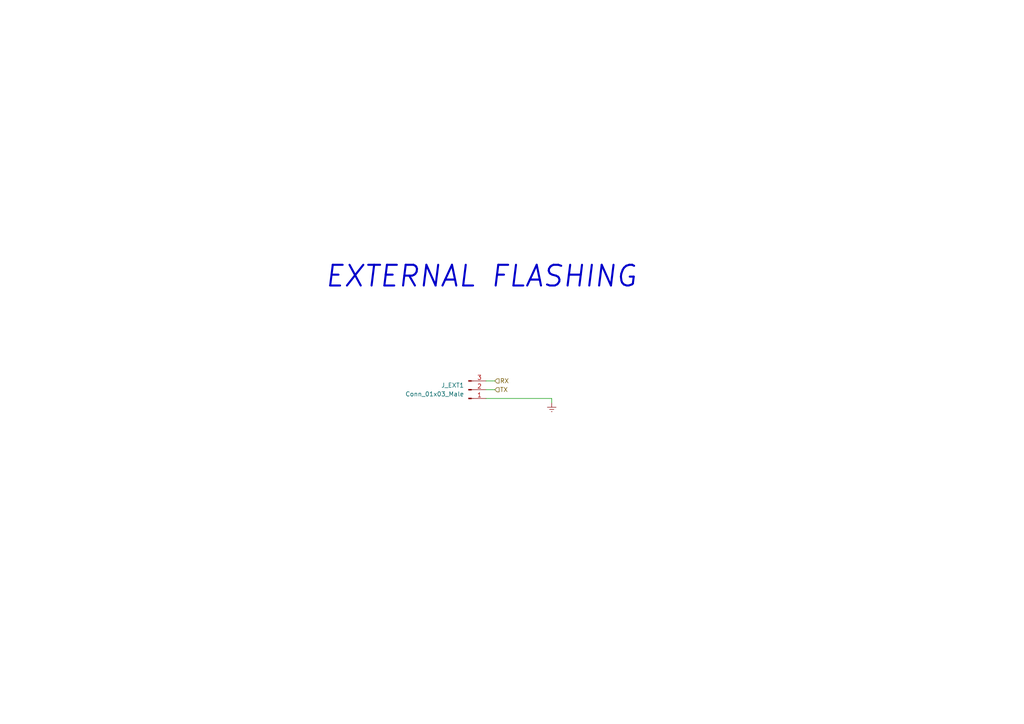
<source format=kicad_sch>
(kicad_sch (version 20211123) (generator eeschema)
  (paper "A4")
  (title_block (title "E-TKT") (date "2022-07-21") (rev "3") (company "Andrei Speridiao"))
  (lib_symbols
    (symbol "Connector:Conn_01x03_Male" (pin_names (offset 1.016) hide)
      (property "Reference" "J" (at 0 5.08 0))
      (property "Value" "Conn_01x03_Male" (at 0 -5.08 0))
      (symbol "Conn_01x03_Male_1_1"
        (polyline (pts (xy 1.27 -2.54) (xy 0.8636 -2.54)) (stroke (width 0.1524)))
        (polyline (pts (xy 1.27 0) (xy 0.8636 0)) (stroke (width 0.1524)))
        (polyline (pts (xy 1.27 2.54) (xy 0.8636 2.54)) (stroke (width 0.1524)))
        (rectangle (start 0.8636 -2.413) (end 0 -2.667) (stroke (width 0.1524)) (fill (type outline)))
        (rectangle (start 0.8636 0.127) (end 0 -0.127) (stroke (width 0.1524)) (fill (type outline)))
        (rectangle (start 0.8636 2.667) (end 0 2.413) (stroke (width 0.1524)) (fill (type outline)))
        (pin passive line (at 5.08 2.54 180) (length 3.81) (name "Pin_1") (number "1"))
        (pin passive line (at 5.08 0 180) (length 3.81) (name "Pin_2") (number "2"))
        (pin passive line (at 5.08 -2.54 180) (length 3.81) (name "Pin_3") (number "3"))
      )
    )
    (symbol "power:GNDREF" (power) (pin_names (offset 0))
      (property "Value" "GNDREF" (at 0 -3.81 0))
      (symbol "GNDREF_0_1"
        (polyline (pts (xy -0.635 -1.905) (xy 0.635 -1.905)))
        (polyline (pts (xy -0.127 -2.54) (xy 0.127 -2.54)))
        (polyline (pts (xy 0 -1.27) (xy 0 0)))
        (polyline (pts (xy 1.27 -1.27) (xy -1.27 -1.27)))
      )
      (symbol "GNDREF_1_1"
        (pin power_in line (at 0 0 270) (length 0) hide (name "GNDREF") (number "1"))
      )
    )
  )
  (wire (pts (xy 140.97 113.03) (xy 143.51 113.03)))
  (wire (pts (xy 160.02 115.57) (xy 160.02 116.84)))
  (wire (pts (xy 140.97 115.57) (xy 160.02 115.57)))
  (wire (pts (xy 140.97 110.49) (xy 143.51 110.49)))
  (text "EXTERNAL FLASHING" (at 93.98 83.82 0) (effects (font (size 6 6) (thickness 0.6) bold italic) (justify left bottom)))
  (hierarchical_label "RX" (shape input) (at 143.51 110.49 0))
  (hierarchical_label "TX" (shape input) (at 143.51 113.03 0))
  (symbol (lib_id "Connector:Conn_01x03_Male") (at 135.89 113.03 0) (mirror x) (unit 1)
    (property "Reference" "J_EXT1" (at 134.62 111.7599 0) (effects (justify right)))
    (property "Value" "Conn_01x03_Male" (at 134.62 114.2999 0) (effects (justify right)))
    (property "Footprint" "Connector_PinHeader_2.54mm:PinHeader_1x03_P2.54mm_Horizontal" (effects hide))
    (property "#" "xxx" (effects hide))
    (property "Mouser" "OK" (effects hide))
  )
  (symbol (lib_id "power:GNDREF") (at 160.02 116.84 0) (unit 1)
    (property "Reference" "#PWR0135" (effects hide))
    (property "Value" "GNDREF" (effects hide))
  )
)
</source>
